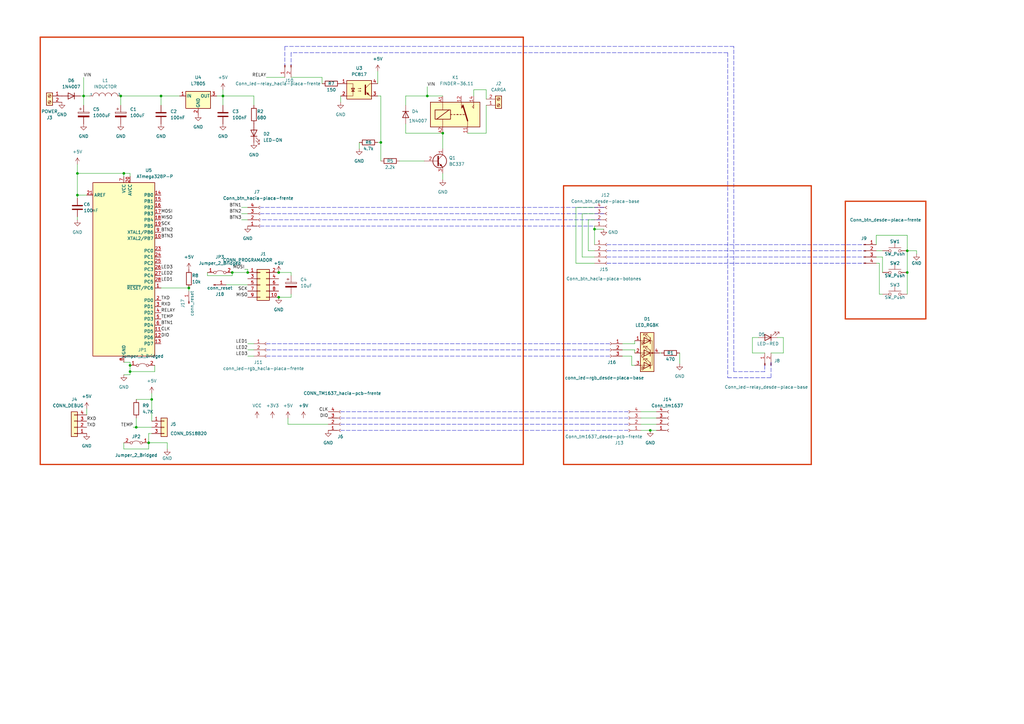
<source format=kicad_sch>
(kicad_sch (version 20211123) (generator eeschema)
  (paper "A3")
  (lib_symbols
    (symbol "Connector:Conn_01x01_Male" (pin_names (offset 1.016) hide)
      (property "Reference" "J" (at 0 2.54 0))
      (property "Value" "Conn_01x01_Male" (at 0 -2.54 0))
      (symbol "Conn_01x01_Male_1_1"
        (pin passive line (at 5.08 0 180) (length 3.81) (name "Pin_1") (number "1"))
      )
    )
    (symbol "Connector:Conn_01x02_Male" (pin_names (offset 1.016) hide)
      (property "Reference" "J" (at 0 2.54 0))
      (property "Value" "Conn_01x02_Male" (at 0 -5.08 0))
      (symbol "Conn_01x02_Male_1_1"
        (pin passive line (at 5.08 0 180) (length 3.81) (name "Pin_1") (number "1"))
        (pin passive line (at 5.08 -2.54 180) (length 3.81) (name "Pin_2") (number "2"))
      )
    )
    (symbol "Connector:Conn_01x03_Female" (pin_names (offset 1.016) hide)
      (property "Reference" "J" (at 0 5.08 0))
      (property "Value" "Conn_01x03_Female" (at 0 -5.08 0))
      (symbol "Conn_01x03_Female_1_1"
        (pin passive line (at -5.08 2.54 0) (length 3.81) (name "Pin_1") (number "1"))
        (pin passive line (at -5.08 0 0) (length 3.81) (name "Pin_2") (number "2"))
        (pin passive line (at -5.08 -2.54 0) (length 3.81) (name "Pin_3") (number "3"))
      )
    )
    (symbol "Connector:Conn_01x04_Female" (pin_names (offset 1.016) hide)
      (property "Reference" "J" (at 0 5.08 0))
      (property "Value" "Conn_01x04_Female" (at 0 -7.62 0))
      (symbol "Conn_01x04_Female_1_1"
        (pin passive line (at -5.08 2.54 0) (length 3.81) (name "Pin_1") (number "1"))
        (pin passive line (at -5.08 0 0) (length 3.81) (name "Pin_2") (number "2"))
        (pin passive line (at -5.08 -2.54 0) (length 3.81) (name "Pin_3") (number "3"))
        (pin passive line (at -5.08 -5.08 0) (length 3.81) (name "Pin_4") (number "4"))
      )
    )
    (symbol "Connector:Conn_01x04_Male" (pin_names (offset 1.016) hide)
      (property "Reference" "J" (at 0 5.08 0))
      (property "Value" "Conn_01x04_Male" (at 0 -7.62 0))
      (symbol "Conn_01x04_Male_1_1"
        (pin passive line (at 5.08 2.54 180) (length 3.81) (name "Pin_1") (number "1"))
        (pin passive line (at 5.08 0 180) (length 3.81) (name "Pin_2") (number "2"))
        (pin passive line (at 5.08 -2.54 180) (length 3.81) (name "Pin_3") (number "3"))
        (pin passive line (at 5.08 -5.08 180) (length 3.81) (name "Pin_4") (number "4"))
      )
    )
    (symbol "Connector:Screw_Terminal_01x02" (pin_names (offset 1.016) hide)
      (property "Reference" "J" (at 0 2.54 0))
      (property "Value" "Screw_Terminal_01x02" (at 0 -5.08 0))
      (symbol "Screw_Terminal_01x02_1_1"
        (pin passive line (at -5.08 0 0) (length 3.81) (name "Pin_1") (number "1"))
        (pin passive line (at -5.08 -2.54 0) (length 3.81) (name "Pin_2") (number "2"))
      )
    )
    (symbol "Connector_Generic:Conn_01x03" (pin_names (offset 1.016) hide)
      (property "Reference" "J" (at 0 5.08 0))
      (property "Value" "Conn_01x03" (at 0 -5.08 0))
      (symbol "Conn_01x03_1_1"
        (pin passive line (at -5.08 2.54 0) (length 3.81) (name "Pin_1") (number "1"))
        (pin passive line (at -5.08 0 0) (length 3.81) (name "Pin_2") (number "2"))
        (pin passive line (at -5.08 -2.54 0) (length 3.81) (name "Pin_3") (number "3"))
      )
    )
    (symbol "Connector_Generic:Conn_01x04" (pin_names (offset 1.016) hide)
      (property "Reference" "J" (at 0 5.08 0))
      (property "Value" "Conn_01x04" (at 0 -7.62 0))
      (symbol "Conn_01x04_1_1"
        (pin passive line (at -5.08 2.54 0) (length 3.81) (name "Pin_1") (number "1"))
        (pin passive line (at -5.08 0 0) (length 3.81) (name "Pin_2") (number "2"))
        (pin passive line (at -5.08 -2.54 0) (length 3.81) (name "Pin_3") (number "3"))
        (pin passive line (at -5.08 -5.08 0) (length 3.81) (name "Pin_4") (number "4"))
      )
    )
    (symbol "Connector_Generic:Conn_02x05_Odd_Even" (pin_names (offset 1.016) hide)
      (property "Reference" "J" (at 1.27 7.62 0))
      (property "Value" "Conn_02x05_Odd_Even" (at 1.27 -7.62 0))
      (symbol "Conn_02x05_Odd_Even_1_1"
        (pin passive line (at -5.08 5.08 0) (length 3.81) (name "Pin_1") (number "1"))
        (pin passive line (at 7.62 -5.08 180) (length 3.81) (name "Pin_10") (number "10"))
        (pin passive line (at 7.62 5.08 180) (length 3.81) (name "Pin_2") (number "2"))
        (pin passive line (at -5.08 2.54 0) (length 3.81) (name "Pin_3") (number "3"))
        (pin passive line (at 7.62 2.54 180) (length 3.81) (name "Pin_4") (number "4"))
        (pin passive line (at -5.08 0 0) (length 3.81) (name "Pin_5") (number "5"))
        (pin passive line (at 7.62 0 180) (length 3.81) (name "Pin_6") (number "6"))
        (pin passive line (at -5.08 -2.54 0) (length 3.81) (name "Pin_7") (number "7"))
        (pin passive line (at 7.62 -2.54 180) (length 3.81) (name "Pin_8") (number "8"))
        (pin passive line (at -5.08 -5.08 0) (length 3.81) (name "Pin_9") (number "9"))
      )
    )
    (symbol "Device:C" (pin_numbers hide) (pin_names (offset 0.254))
      (property "Reference" "C" (at 0.635 2.54 0))
      (property "Value" "C" (at 0.635 -2.54 0))
      (symbol "C_1_1"
        (pin passive line (at 0 3.81 270) (length 2.794) (name "~") (number "1"))
        (pin passive line (at 0 -3.81 90) (length 2.794) (name "~") (number "2"))
      )
    )
    (symbol "Device:C_Polarized" (pin_numbers hide) (pin_names (offset 0.254))
      (property "Reference" "C" (at 0.635 2.54 0))
      (property "Value" "C_Polarized" (at 0.635 -2.54 0))
      (symbol "C_Polarized_1_1"
        (pin passive line (at 0 3.81 270) (length 2.794) (name "~") (number "1"))
        (pin passive line (at 0 -3.81 90) (length 2.794) (name "~") (number "2"))
      )
    )
    (symbol "Device:LED" (pin_numbers hide) (pin_names (offset 1.016) hide)
      (property "Reference" "D" (at 0 2.54 0))
      (property "Value" "LED" (at 0 -2.54 0))
      (symbol "LED_1_1"
        (pin passive line (at -3.81 0 0) (length 2.54) (name "K") (number "1"))
        (pin passive line (at 3.81 0 180) (length 2.54) (name "A") (number "2"))
      )
    )
    (symbol "Device:LED_RGBK" (pin_names (offset 0) hide)
      (property "Reference" "D" (at 0 9.398 0))
      (property "Value" "LED_RGBK" (at 0 -8.89 0))
      (symbol "LED_RGBK_0_0"
        (text "B" (at 1.905 -6.35 0) (effects (font (size 1.27 1.27))))
        (text "G" (at 1.905 -1.27 0) (effects (font (size 1.27 1.27))))
        (text "R" (at 1.905 3.81 0) (effects (font (size 1.27 1.27))))
      )
      (symbol "LED_RGBK_1_1"
        (pin passive line (at 5.08 5.08 180) (length 2.54) (name "RA") (number "1"))
        (pin passive line (at 5.08 0 180) (length 2.54) (name "GA") (number "2"))
        (pin passive line (at 5.08 -5.08 180) (length 2.54) (name "BA") (number "3"))
        (pin passive line (at -5.08 0 0) (length 2.54) (name "K") (number "4"))
      )
    )
    (symbol "Device:R" (pin_numbers hide) (pin_names (offset 0))
      (property "Reference" "R" (at 2.032 0 90))
      (property "Value" "R" (at 0 0 90))
      (symbol "R_1_1"
        (pin passive line (at 0 3.81 270) (length 1.27) (name "~") (number "1"))
        (pin passive line (at 0 -3.81 90) (length 1.27) (name "~") (number "2"))
      )
    )
    (symbol "Diode:1N4007" (pin_numbers hide) (pin_names (offset 1.016) hide)
      (property "Reference" "D" (at 0 2.54 0))
      (property "Value" "1N4007" (at 0 -2.54 0))
      (symbol "1N4007_1_1"
        (pin passive line (at -3.81 0 0) (length 2.54) (name "K") (number "1"))
        (pin passive line (at 3.81 0 180) (length 2.54) (name "A") (number "2"))
      )
    )
    (symbol "Isolator:PC817" (pin_names (offset 1.016))
      (property "Reference" "U" (at -5.08 5.08 0))
      (property "Value" "PC817" (at 0 5.08 0))
      (symbol "PC817_1_1"
        (pin passive line (at -7.62 2.54 0) (length 2.54) (name "~") (number "1"))
        (pin passive line (at -7.62 -2.54 0) (length 2.54) (name "~") (number "2"))
        (pin passive line (at 7.62 -2.54 180) (length 2.54) (name "~") (number "3"))
        (pin passive line (at 7.62 2.54 180) (length 2.54) (name "~") (number "4"))
      )
    )
    (symbol "Jumper:Jumper_2_Bridged" (pin_names (offset 0) hide)
      (property "Reference" "JP" (at 0 1.905 0))
      (property "Value" "Jumper_2_Bridged" (at 0 -2.54 0))
      (symbol "Jumper_2_Bridged_1_1"
        (pin passive line (at -5.08 0 0) (length 2.54) (name "A") (number "1"))
        (pin passive line (at 5.08 0 180) (length 2.54) (name "B") (number "2"))
      )
    )
    (symbol "MCU_Microchip_ATmega:ATmega328P-P"
      (property "Reference" "U" (at -12.7 36.83 0))
      (property "Value" "ATmega328P-P" (at 2.54 -36.83 0))
      (symbol "ATmega328P-P_1_1"
        (pin bidirectional line (at 15.24 -7.62 180) (length 2.54) (name "~{RESET}/PC6") (number "1"))
        (pin bidirectional line (at 15.24 12.7 180) (length 2.54) (name "XTAL2/PB7") (number "10"))
        (pin bidirectional line (at 15.24 -25.4 180) (length 2.54) (name "PD5") (number "11"))
        (pin bidirectional line (at 15.24 -27.94 180) (length 2.54) (name "PD6") (number "12"))
        (pin bidirectional line (at 15.24 -30.48 180) (length 2.54) (name "PD7") (number "13"))
        (pin bidirectional line (at 15.24 30.48 180) (length 2.54) (name "PB0") (number "14"))
        (pin bidirectional line (at 15.24 27.94 180) (length 2.54) (name "PB1") (number "15"))
        (pin bidirectional line (at 15.24 25.4 180) (length 2.54) (name "PB2") (number "16"))
        (pin bidirectional line (at 15.24 22.86 180) (length 2.54) (name "PB3") (number "17"))
        (pin bidirectional line (at 15.24 20.32 180) (length 2.54) (name "PB4") (number "18"))
        (pin bidirectional line (at 15.24 17.78 180) (length 2.54) (name "PB5") (number "19"))
        (pin bidirectional line (at 15.24 -12.7 180) (length 2.54) (name "PD0") (number "2"))
        (pin power_in line (at 2.54 38.1 270) (length 2.54) (name "AVCC") (number "20"))
        (pin passive line (at -15.24 30.48 0) (length 2.54) (name "AREF") (number "21"))
        (pin passive line (at 0 -38.1 90) (length 2.54) hide (name "GND") (number "22"))
        (pin bidirectional line (at 15.24 7.62 180) (length 2.54) (name "PC0") (number "23"))
        (pin bidirectional line (at 15.24 5.08 180) (length 2.54) (name "PC1") (number "24"))
        (pin bidirectional line (at 15.24 2.54 180) (length 2.54) (name "PC2") (number "25"))
        (pin bidirectional line (at 15.24 0 180) (length 2.54) (name "PC3") (number "26"))
        (pin bidirectional line (at 15.24 -2.54 180) (length 2.54) (name "PC4") (number "27"))
        (pin bidirectional line (at 15.24 -5.08 180) (length 2.54) (name "PC5") (number "28"))
        (pin bidirectional line (at 15.24 -15.24 180) (length 2.54) (name "PD1") (number "3"))
        (pin bidirectional line (at 15.24 -17.78 180) (length 2.54) (name "PD2") (number "4"))
        (pin bidirectional line (at 15.24 -20.32 180) (length 2.54) (name "PD3") (number "5"))
        (pin bidirectional line (at 15.24 -22.86 180) (length 2.54) (name "PD4") (number "6"))
        (pin power_in line (at 0 38.1 270) (length 2.54) (name "VCC") (number "7"))
        (pin power_in line (at 0 -38.1 90) (length 2.54) (name "GND") (number "8"))
        (pin bidirectional line (at 15.24 15.24 180) (length 2.54) (name "XTAL1/PB6") (number "9"))
      )
    )
    (symbol "Regulator_Linear:L7805" (pin_names (offset 0.254))
      (property "Reference" "U" (at -3.81 3.175 0))
      (property "Value" "L7805" (at 0 3.175 0))
      (symbol "L7805_1_1"
        (pin power_in line (at -7.62 0 0) (length 2.54) (name "IN") (number "1"))
        (pin power_in line (at 0 -7.62 90) (length 2.54) (name "GND") (number "2"))
        (pin power_out line (at 7.62 0 180) (length 2.54) (name "OUT") (number "3"))
      )
    )
    (symbol "Relay:FINDER-36.11"
      (property "Reference" "K" (at 11.43 3.81 0))
      (property "Value" "FINDER-36.11" (at 11.43 1.27 0))
      (symbol "FINDER-36.11_1_1"
        (pin passive line (at 5.08 -7.62 90) (length 2.54) (name "~") (number "11"))
        (pin passive line (at 2.54 7.62 270) (length 2.54) (name "~") (number "12"))
        (pin passive line (at 7.62 7.62 270) (length 2.54) (name "~") (number "14"))
        (pin passive line (at -5.08 7.62 270) (length 2.54) (name "~") (number "A1"))
        (pin passive line (at -5.08 -7.62 90) (length 2.54) (name "~") (number "A2"))
      )
    )
    (symbol "Switch:SW_Push" (pin_numbers hide) (pin_names (offset 1.016) hide)
      (property "Reference" "SW" (at 1.27 2.54 0))
      (property "Value" "SW_Push" (at 0 -1.524 0))
      (symbol "SW_Push_0_1"
        (pin passive line (at -5.08 0 0) (length 2.54) (name "1") (number "1"))
        (pin passive line (at 5.08 0 180) (length 2.54) (name "2") (number "2"))
      )
    )
    (symbol "Transistor_BJT:BC337" (pin_names (offset 0) hide)
      (property "Reference" "Q" (at 5.08 1.905 0))
      (property "Value" "BC337" (at 5.08 0 0))
      (symbol "BC337_1_1"
        (pin passive line (at 2.54 5.08 270) (length 2.54) (name "C") (number "1"))
        (pin input line (at -5.08 0 0) (length 5.08) (name "B") (number "2"))
        (pin passive line (at 2.54 -5.08 90) (length 2.54) (name "E") (number "3"))
      )
    )
    (symbol "power:+3.3V" (power) (pin_names (offset 0))
      (property "Value" "+3.3V" (at 0 3.556 0))
      (symbol "+3.3V_1_1"
        (pin power_in line (at 0 0 90) (length 0) hide (name "+3V3") (number "1"))
      )
    )
    (symbol "power:+5V" (power) (pin_names (offset 0))
      (property "Value" "+5V" (at 0 3.556 0))
      (symbol "+5V_1_1"
        (pin power_in line (at 0 0 90) (length 0) hide (name "+5V") (number "1"))
      )
    )
    (symbol "power:+9V" (power) (pin_names (offset 0))
      (property "Value" "+9V" (at 0 3.556 0))
      (symbol "+9V_1_1"
        (pin power_in line (at 0 0 90) (length 0) hide (name "+9V") (number "1"))
      )
    )
    (symbol "power:GND" (power) (pin_names (offset 0))
      (property "Value" "GND" (at 0 -3.81 0))
      (symbol "GND_1_1"
        (pin power_in line (at 0 0 270) (length 0) hide (name "GND") (number "1"))
      )
    )
    (symbol "power:VCC" (power) (pin_names (offset 0))
      (property "Value" "VCC" (at 0 3.81 0))
      (symbol "VCC_1_1"
        (pin power_in line (at 0 0 90) (length 0) hide (name "VCC") (number "1"))
      )
    )
    (symbol "pspice:INDUCTOR" (pin_numbers hide) (pin_names (offset 0))
      (property "Reference" "L" (at 0 2.54 0))
      (property "Value" "INDUCTOR" (at 0 -1.27 0))
      (symbol "INDUCTOR_1_1"
        (pin input line (at -6.35 0 0) (length 1.27) (name "1") (number "1"))
        (pin input line (at 6.35 0 180) (length 1.27) (name "2") (number "2"))
      )
    )
  )
  (junction (at 181.61 54.61))
  (junction (at 31.75 80.01))
  (junction (at 156.21 58.42))
  (junction (at 175.26 39.37))
  (junction (at 266.7 176.53))
  (junction (at 101.6 111.76))
  (junction (at 53.34 152.4))
  (junction (at 62.23 163.83))
  (junction (at 53.34 149.86))
  (junction (at 77.47 118.11))
  (junction (at 50.8 71.12))
  (junction (at 66.04 39.37))
  (junction (at 372.11 102.87))
  (junction (at 55.88 175.26))
  (junction (at 95.25 111.76))
  (junction (at 60.96 181.61))
  (junction (at 243.84 93.98))
  (junction (at 91.44 39.37))
  (junction (at 31.75 71.12))
  (junction (at 34.29 39.37))
  (junction (at 114.3 121.92))
  (junction (at 49.53 39.37))
  (junction (at 372.11 111.76))
  (junction (at 114.3 111.76))
  (no_connect (at -1.27 55.88))
  (wire (pts (xy 372.11 102.87) (xy 372.11 111.76)))
  (polyline (pts (xy 139.7 168.91) (xy 240.03 168.91)))
  (polyline (pts (xy 313.69 152.4) (xy 300.99 152.4)))
  (polyline (pts (xy 144.78 21.59) (xy 119.38 21.59)))
  (wire (pts (xy 259.08 149.86) (xy 260.35 149.86)))
  (wire (pts (xy 53.34 152.4) (xy 63.5 152.4)))
  (wire (pts (xy 95.25 111.76) (xy 101.6 111.76)))
  (wire (pts (xy 66.04 39.37) (xy 66.04 43.18)))
  (polyline (pts (xy 16.51 190.5) (xy 214.63 190.5)) (stroke (width 0.5) (type solid) (color 215 51 5 1)))
  (wire (pts (xy 372.11 102.87) (xy 375.92 102.87)))
  (wire (pts (xy 313.69 144.78) (xy 308.61 144.78)))
  (wire (pts (xy 60.96 184.15) (xy 60.96 181.61)))
  (polyline (pts (xy 300.99 152.4) (xy 300.99 19.05)))
  (wire (pts (xy 139.7 39.37) (xy 139.7 41.91)))
  (polyline (pts (xy 232.41 140.97) (xy 250.19 140.97)))
  (wire (pts (xy 95.25 113.03) (xy 95.25 111.76)))
  (polyline (pts (xy 232.41 146.05) (xy 250.19 146.05)))
  (wire (pts (xy 236.22 107.95) (xy 243.84 107.95)))
  (polyline (pts (xy 240.03 176.53) (xy 257.81 176.53)))
  (wire (pts (xy 147.32 58.42) (xy 147.32 60.96)))
  (wire (pts (xy 50.8 181.61) (xy 50.8 184.15)))
  (wire (pts (xy 77.47 118.11) (xy 77.47 119.38)))
  (wire (pts (xy 308.61 138.43) (xy 311.15 138.43)))
  (wire (pts (xy 49.53 39.37) (xy 49.53 43.18)))
  (wire (pts (xy 372.11 96.52) (xy 372.11 102.87)))
  (wire (pts (xy 31.75 80.01) (xy 31.75 81.28)))
  (polyline (pts (xy 313.69 149.86) (xy 313.69 152.4)))
  (wire (pts (xy 199.39 36.83) (xy 194.31 36.83)))
  (wire (pts (xy 50.8 153.67) (xy 53.34 153.67)))
  (wire (pts (xy 236.22 85.09) (xy 236.22 107.95)))
  (polyline (pts (xy 232.41 143.51) (xy 250.19 143.51)))
  (wire (pts (xy 54.61 175.26) (xy 55.88 175.26)))
  (wire (pts (xy 101.6 146.05) (xy 104.14 146.05)))
  (polyline (pts (xy 248.92 107.95) (xy 354.33 107.95)))
  (wire (pts (xy 243.84 92.71) (xy 243.84 93.98)))
  (wire (pts (xy 154.94 29.21) (xy 154.94 34.29)))
  (wire (pts (xy 104.14 43.18) (xy 104.14 39.37)))
  (wire (pts (xy 166.37 43.18) (xy 166.37 39.37)))
  (polyline (pts (xy 214.63 15.24) (xy 214.63 190.5)) (stroke (width 0.5) (type solid) (color 215 51 5 1)))
  (wire (pts (xy 62.23 177.8) (xy 60.96 177.8)))
  (wire (pts (xy 88.9 39.37) (xy 91.44 39.37)))
  (wire (pts (xy 259.08 146.05) (xy 259.08 149.86)))
  (polyline (pts (xy 16.51 190.5) (xy 16.51 15.24)) (stroke (width 0.5) (type solid) (color 215 51 5 1)))
  (polyline (pts (xy 247.65 85.09) (xy 106.68 85.09)))
  (wire (pts (xy 156.21 66.04) (xy 156.21 58.42)))
  (wire (pts (xy 238.76 105.41) (xy 243.84 105.41)))
  (polyline (pts (xy 139.7 173.99) (xy 240.03 173.99)))
  (wire (pts (xy 104.14 39.37) (xy 91.44 39.37)))
  (wire (pts (xy 270.51 144.78) (xy 271.145 144.78)))
  (wire (pts (xy 199.39 43.18) (xy 199.39 54.61)))
  (wire (pts (xy 236.22 85.09) (xy 243.84 85.09)))
  (wire (pts (xy 60.96 181.61) (xy 68.58 181.61)))
  (polyline (pts (xy 379.73 130.81) (xy 379.73 82.55)) (stroke (width 0.5) (type solid) (color 215 51 5 1)))
  (polyline (pts (xy 246.38 90.17) (xy 106.68 90.17)))
  (wire (pts (xy 63.5 152.4) (xy 63.5 149.86)))
  (wire (pts (xy 50.8 148.59) (xy 53.34 148.59)))
  (wire (pts (xy 34.29 39.37) (xy 36.83 39.37)))
  (wire (pts (xy 262.89 176.53) (xy 266.7 176.53)))
  (wire (pts (xy 359.41 105.41) (xy 361.95 105.41)))
  (polyline (pts (xy 109.22 140.97) (xy 232.41 140.97)))
  (wire (pts (xy 55.88 175.26) (xy 62.23 175.26)))
  (wire (pts (xy 321.31 144.78) (xy 321.31 138.43)))
  (wire (pts (xy 262.89 171.45) (xy 269.24 171.45)))
  (polyline (pts (xy 106.68 87.63) (xy 247.65 87.63)))
  (polyline (pts (xy 316.23 148.59) (xy 316.23 154.94)))
  (wire (pts (xy 114.3 111.76) (xy 119.38 111.76)))
  (wire (pts (xy 181.61 54.61) (xy 181.61 60.96)))
  (wire (pts (xy 91.44 39.37) (xy 91.44 43.18)))
  (wire (pts (xy 55.88 171.45) (xy 55.88 175.26)))
  (wire (pts (xy 62.23 163.83) (xy 62.23 172.72)))
  (polyline (pts (xy 231.14 76.2) (xy 231.14 190.5)) (stroke (width 0.5) (type solid) (color 215 51 5 1)))
  (polyline (pts (xy 240.03 171.45) (xy 257.81 171.45)))
  (wire (pts (xy 359.41 107.95) (xy 360.68 107.95)))
  (wire (pts (xy 31.75 80.01) (xy 35.56 80.01)))
  (wire (pts (xy 166.37 54.61) (xy 166.37 50.8)))
  (wire (pts (xy 175.26 35.56) (xy 175.26 39.37)))
  (wire (pts (xy 156.21 58.42) (xy 156.21 39.37)))
  (wire (pts (xy 50.8 184.15) (xy 60.96 184.15)))
  (polyline (pts (xy 248.92 105.41) (xy 354.33 105.41)))
  (wire (pts (xy 101.6 110.49) (xy 101.6 111.76)))
  (wire (pts (xy 109.22 31.75) (xy 116.84 31.75)))
  (wire (pts (xy 50.8 71.12) (xy 50.8 72.39)))
  (polyline (pts (xy 332.74 76.2) (xy 231.14 76.2)) (stroke (width 0.5) (type solid) (color 215 51 5 1)))
  (wire (pts (xy 308.61 144.78) (xy 308.61 138.43)))
  (wire (pts (xy 100.33 110.49) (xy 101.6 110.49)))
  (wire (pts (xy 34.29 39.37) (xy 34.29 43.18)))
  (wire (pts (xy 85.09 111.76) (xy 85.09 113.03)))
  (wire (pts (xy 243.84 93.98) (xy 243.84 100.33)))
  (polyline (pts (xy 139.7 176.53) (xy 240.03 176.53)))
  (wire (pts (xy 60.96 177.8) (xy 60.96 181.61)))
  (wire (pts (xy 66.04 39.37) (xy 73.66 39.37)))
  (wire (pts (xy 262.89 173.99) (xy 269.24 173.99)))
  (polyline (pts (xy 106.68 92.71) (xy 243.84 92.71)))
  (wire (pts (xy 360.68 107.95) (xy 360.68 120.65)))
  (polyline (pts (xy 300.99 19.05) (xy 116.84 19.05)))
  (wire (pts (xy 359.41 100.33) (xy 359.41 96.52)))
  (polyline (pts (xy 240.03 168.91) (xy 257.81 168.91)))
  (wire (pts (xy 53.34 71.12) (xy 53.34 72.39)))
  (wire (pts (xy 119.38 31.75) (xy 132.08 31.75)))
  (wire (pts (xy 50.8 71.12) (xy 53.34 71.12)))
  (wire (pts (xy 181.61 71.12) (xy 181.61 73.66)))
  (polyline (pts (xy 379.73 82.55) (xy 346.71 82.55)) (stroke (width 0.5) (type solid) (color 215 51 5 1)))
  (wire (pts (xy 99.06 87.63) (xy 101.6 87.63)))
  (wire (pts (xy 260.35 143.51) (xy 260.35 144.78)))
  (wire (pts (xy 119.38 120.65) (xy 119.38 121.92)))
  (polyline (pts (xy 248.92 100.33) (xy 354.33 100.33)))
  (wire (pts (xy 260.35 140.97) (xy 260.35 139.7)))
  (wire (pts (xy 361.95 105.41) (xy 361.95 111.76)))
  (wire (pts (xy 66.04 118.11) (xy 77.47 118.11)))
  (polyline (pts (xy 109.22 143.51) (xy 232.41 143.51)))
  (wire (pts (xy 35.56 167.64) (xy 35.56 170.18)))
  (wire (pts (xy 266.7 176.53) (xy 269.24 176.53)))
  (wire (pts (xy 118.11 173.99) (xy 134.62 173.99)))
  (wire (pts (xy 262.89 168.91) (xy 269.24 168.91)))
  (wire (pts (xy 154.94 58.42) (xy 156.21 58.42)))
  (wire (pts (xy 359.41 102.87) (xy 361.95 102.87)))
  (wire (pts (xy 360.68 120.65) (xy 361.95 120.65)))
  (wire (pts (xy 119.38 121.92) (xy 114.3 121.92)))
  (wire (pts (xy 101.6 140.97) (xy 104.14 140.97)))
  (wire (pts (xy 33.02 39.37) (xy 34.29 39.37)))
  (polyline (pts (xy 332.74 190.5) (xy 332.74 76.2)) (stroke (width 0.5) (type solid) (color 215 51 5 1)))
  (wire (pts (xy 50.8 71.12) (xy 31.75 71.12)))
  (wire (pts (xy 247.65 93.98) (xy 243.84 93.98)))
  (wire (pts (xy 31.75 71.12) (xy 31.75 80.01)))
  (wire (pts (xy 53.34 148.59) (xy 53.34 149.86)))
  (polyline (pts (xy 109.22 146.05) (xy 232.41 146.05)))
  (polyline (pts (xy 116.84 19.05) (xy 116.84 26.67)))
  (wire (pts (xy 238.76 105.41) (xy 238.76 87.63)))
  (wire (pts (xy 99.06 90.17) (xy 101.6 90.17)))
  (wire (pts (xy 156.21 39.37) (xy 154.94 39.37)))
  (wire (pts (xy 91.44 39.37) (xy 91.44 36.83)))
  (wire (pts (xy 241.3 102.87) (xy 241.3 90.17)))
  (wire (pts (xy 53.34 152.4) (xy 53.34 149.86)))
  (wire (pts (xy 166.37 54.61) (xy 181.61 54.61)))
  (wire (pts (xy 238.76 87.63) (xy 243.84 87.63)))
  (wire (pts (xy 255.27 146.05) (xy 259.08 146.05)))
  (wire (pts (xy 255.27 140.97) (xy 260.35 140.97)))
  (wire (pts (xy 31.75 67.31) (xy 31.75 71.12)))
  (wire (pts (xy 92.71 116.84) (xy 101.6 116.84)))
  (wire (pts (xy 278.765 144.78) (xy 278.765 149.225)))
  (wire (pts (xy 241.3 102.87) (xy 243.84 102.87)))
  (wire (pts (xy 53.34 153.67) (xy 53.34 152.4)))
  (wire (pts (xy 173.99 66.04) (xy 163.83 66.04)))
  (wire (pts (xy 68.58 181.61) (xy 68.58 184.15)))
  (wire (pts (xy 118.11 171.45) (xy 118.11 173.99)))
  (wire (pts (xy 199.39 40.64) (xy 199.39 36.83)))
  (polyline (pts (xy 298.45 21.59) (xy 298.45 154.94)))
  (wire (pts (xy 194.31 36.83) (xy 194.31 39.37)))
  (wire (pts (xy 55.88 163.83) (xy 62.23 163.83)))
  (wire (pts (xy 132.08 31.75) (xy 132.08 34.29)))
  (wire (pts (xy 316.23 144.78) (xy 321.31 144.78)))
  (polyline (pts (xy 346.71 82.55) (xy 346.71 130.81)) (stroke (width 0.5) (type solid) (color 215 51 5 1)))
  (wire (pts (xy 175.26 39.37) (xy 181.61 39.37)))
  (wire (pts (xy 199.39 54.61) (xy 191.77 54.61)))
  (wire (pts (xy 85.09 113.03) (xy 95.25 113.03)))
  (wire (pts (xy 34.29 31.75) (xy 34.29 39.37)))
  (wire (pts (xy 372.11 111.76) (xy 372.11 120.65)))
  (polyline (pts (xy 119.38 21.59) (xy 119.38 26.67)))
  (polyline (pts (xy 16.51 15.24) (xy 214.63 15.24)) (stroke (width 0.5) (type solid) (color 215 51 5 1)))
  (wire (pts (xy 99.06 85.09) (xy 101.6 85.09)))
  (polyline (pts (xy 240.03 173.99) (xy 257.81 173.99)))
  (wire (pts (xy 62.23 161.29) (xy 62.23 163.83)))
  (polyline (pts (xy 298.45 154.94) (xy 316.23 154.94)))
  (polyline (pts (xy 231.14 190.5) (xy 332.74 190.5)) (stroke (width 0.5) (type solid) (color 215 51 5 1)))
  (wire (pts (xy 119.38 111.76) (xy 119.38 113.03)))
  (wire (pts (xy 166.37 39.37) (xy 175.26 39.37)))
  (wire (pts (xy 375.92 102.87) (xy 375.92 104.14)))
  (wire (pts (xy 359.41 96.52) (xy 372.11 96.52)))
  (wire (pts (xy 255.27 143.51) (xy 260.35 143.51)))
  (wire (pts (xy 321.31 138.43) (xy 318.77 138.43)))
  (polyline (pts (xy 139.7 171.45) (xy 240.03 171.45)))
  (wire (pts (xy 49.53 39.37) (xy 66.04 39.37)))
  (polyline (pts (xy 346.71 130.81) (xy 379.73 130.81)) (stroke (width 0.5) (type solid) (color 215 51 5 1)))
  (wire (pts (xy 31.75 88.9) (xy 31.75 90.17)))
  (wire (pts (xy 241.3 90.17) (xy 243.84 90.17)))
  (polyline (pts (xy 298.45 21.59) (xy 144.78 21.59)))
  (polyline (pts (xy 248.92 102.87) (xy 354.33 102.87)))
  (wire (pts (xy 101.6 143.51) (xy 104.14 143.51)))
  (label "CLK" (at 66.04 135.89 0))
  (label "LED3" (at 101.6 146.05 180))
  (label "BTN3" (at 66.04 97.79 0))
  (label "LED1" (at 101.6 140.97 180))
  (label "CLK" (at 134.62 168.91 180))
  (label "LED1" (at 66.04 115.57 0))
  (label "VIN" (at 34.29 31.75 0))
  (label "RXD" (at 35.56 172.72 0))
  (label "MOSI" (at 66.04 87.63 0))
  (label "SCK" (at 101.6 119.38 180))
  (label "RELAY" (at 109.22 31.75 180))
  (label "SCK" (at 66.04 92.71 0))
  (label "VIN" (at 175.26 35.56 0))
  (label "RXD" (at 66.04 125.73 0))
  (label "DIO" (at 66.04 138.43 0))
  (label "LED3" (at 66.04 110.49 0))
  (label "BTN1" (at 99.06 85.09 180))
  (label "MISO" (at 66.04 90.17 0))
  (label "TXD" (at 35.56 175.26 0))
  (label "BTN2" (at 99.06 87.63 180))
  (label "LED2" (at 101.6 143.51 180))
  (label "DIO" (at 134.62 171.45 180))
  (label "LED2" (at 66.04 113.03 0))
  (label "TEMP" (at 54.61 175.26 180))
  (label "RELAY" (at 66.04 128.27 0))
  (label "TEMP" (at 66.04 130.81 0))
  (label "TXD" (at 66.04 123.19 0))
  (label "MISO" (at 101.6 121.92 180))
  (label "BTN2" (at 66.04 95.25 0))
  (label "BTN3" (at 99.06 90.17 180))
  (label "BTN1" (at 66.04 133.35 0))
  (label "MOSI" (at 100.33 110.49 180))
  (symbol (lib_id "Relay:FINDER-36.11") (at 186.69 46.99 0) (unit 1)
    (property "Reference" "K1" (at 185.42 31.75 0) (effects (justify left)))
    (property "Value" "FINDER-36.11" (at 180.34 34.29 0) (effects (justify left)))
    (property "Footprint" "Relay_THT:Relay_SPDT_Finder_36.11" (effects hide))
    (property "Datasheet" "https://gfinder.findernet.com/public/attachments/36/EN/S36EN.pdf" (effects hide))
  )
  (symbol (lib_id "power:GND") (at 25.4 41.91 0) (unit 1)
    (property "Reference" "#PWR0101" (effects hide))
    (property "Value" "GND" (at 25.4 46.99 0))
  )
  (symbol (lib_id "Device:R") (at 104.14 46.99 0) (unit 1)
    (property "Reference" "R2" (at 105.41 45.72 0) (effects (justify left)))
    (property "Value" "680" (at 105.41 48.26 0) (effects (justify left)))
    (property "Footprint" "kicad_user_libraries:krapp-res-generic" (effects hide))
  )
  (symbol (lib_id "Connector:Conn_01x02_Male") (at 313.69 149.86 90) (unit 1)
    (property "Reference" "J8" (at 317.5 147.9549 90) (effects (justify right)))
    (property "Value" "Conn_led-relay_desde-placa-base" (at 297.18 158.75 90) (effects (justify right)))
    (property "Footprint" "Connector_PinHeader_2.54mm:PinHeader_1x02_P2.54mm_Vertical" (effects hide))
  )
  (symbol (lib_id "power:GND") (at 139.7 41.91 0) (mirror y) (unit 1)
    (property "Reference" "#PWR0122" (effects hide))
    (property "Value" "GND" (at 139.7 46.99 0))
  )
  (symbol (lib_id "power:GND") (at 34.29 50.8 0) (unit 1)
    (property "Reference" "#PWR0103" (effects hide))
    (property "Value" "GND" (at 34.29 55.88 0))
  )
  (symbol (lib_id "power:GND") (at 91.44 50.8 0) (unit 1)
    (property "Reference" "#PWR0116" (effects hide))
    (property "Value" "GND" (at 91.44 55.88 0))
  )
  (symbol (lib_id "power:GND") (at 49.53 50.8 0) (unit 1)
    (property "Reference" "#PWR0104" (effects hide))
    (property "Value" "GND" (at 49.53 55.88 0))
  )
  (symbol (lib_id "Connector:Conn_01x04_Female") (at 248.92 90.17 0) (mirror x) (unit 1)
    (property "Reference" "J12" (at 248.285 80.01 0))
    (property "Value" "Conn_btn_desde-placa-base" (at 248.285 82.55 0))
    (property "Footprint" "Connector_PinHeader_2.54mm:PinHeader_1x04_P2.54mm_Vertical" (effects hide))
  )
  (symbol (lib_id "Connector:Conn_01x04_Female") (at 257.81 173.99 180) (unit 1)
    (property "Reference" "J13" (at 254 181.61 0))
    (property "Value" "Conn_tm1637_desde-pcb-frente" (at 247.65 179.07 0))
    (property "Footprint" "Connector_PinHeader_2.54mm:PinHeader_1x04_P2.54mm_Vertical" (effects hide))
  )
  (symbol (lib_id "Connector:Conn_01x01_Male") (at 87.63 116.84 0) (unit 1)
    (property "Reference" "J18" (at 90.17 120.65 0))
    (property "Value" "conn_reset" (at 90.17 118.11 0))
    (property "Footprint" "Connector_PinHeader_2.54mm:PinHeader_1x01_P2.54mm_Vertical" (effects hide))
  )
  (symbol (lib_id "Diode:1N4007") (at 29.21 39.37 180) (unit 1)
    (property "Reference" "D6" (at 29.21 33.02 0))
    (property "Value" "1N4007" (at 29.21 35.56 0))
    (property "Footprint" "Diode_THT:D_DO-41_SOD81_P10.16mm_Horizontal" (effects hide))
    (property "Datasheet" "http://www.vishay.com/docs/88503/1n4001.pdf" (effects hide))
  )
  (symbol (lib_id "Jumper:Jumper_2_Bridged") (at 90.17 111.76 0) (unit 1)
    (property "Reference" "JP3" (at 90.17 105.41 0))
    (property "Value" "Jumper_2_Bridged" (at 90.17 107.95 0))
    (property "Footprint" "TestPoint:TestPoint_Bridge_Pitch6.35mm_Drill1.3mm" (effects hide))
  )
  (symbol (lib_id "power:GND") (at 375.92 104.14 0) (unit 1)
    (property "Reference" "#PWR0120" (effects hide))
    (property "Value" "GND" (at 375.92 107.95 0))
  )
  (symbol (lib_id "power:+5V") (at 114.3 111.76 0) (unit 1)
    (property "Reference" "#PWR0106" (effects hide))
    (property "Value" "+5V" (at 114.3 107.95 0))
  )
  (symbol (lib_id "Device:LED") (at 314.96 138.43 180) (unit 1)
    (property "Reference" "D5" (at 312.42 137.16 0))
    (property "Value" "LED-RED" (at 314.96 140.97 0))
    (property "Footprint" "LED_THT:LED_D5.0mm" (effects hide))
  )
  (symbol (lib_id "power:+9V") (at 124.46 171.45 0) (unit 1)
    (property "Reference" "#PWR0129" (effects hide))
    (property "Value" "+9V" (at 124.46 166.37 0))
  )
  (symbol (lib_id "Connector:Conn_01x04_Female") (at 274.32 173.99 0) (mirror x) (unit 1)
    (property "Reference" "J14" (at 273.685 163.83 0))
    (property "Value" "Conn_tm1637" (at 273.685 166.37 0))
    (property "Footprint" "Connector_PinSocket_2.54mm:PinSocket_1x04_P2.54mm_Vertical" (effects hide))
  )
  (symbol (lib_id "Connector:Conn_01x04_Female") (at 106.68 90.17 0) (mirror x) (unit 1)
    (property "Reference" "J7" (at 104.14 78.74 0) (effects (justify left)))
    (property "Value" "Conn_btn_hacia-placa-frente" (at 91.44 81.28 0) (effects (justify left)))
    (property "Footprint" "Connector_PinHeader_2.54mm:PinHeader_1x04_P2.54mm_Vertical" (effects hide))
  )
  (symbol (lib_id "power:GND") (at 181.61 73.66 0) (unit 1)
    (property "Reference" "#PWR0124" (effects hide))
    (property "Value" "GND" (at 181.61 78.74 0))
  )
  (symbol (lib_id "power:GND") (at 81.28 46.99 0) (unit 1)
    (property "Reference" "#PWR0114" (effects hide))
    (property "Value" "GND" (at 81.28 52.07 0))
  )
  (symbol (lib_id "Device:R") (at 77.47 114.3 0) (unit 1)
    (property "Reference" "R8" (at 78.74 113.03 0) (effects (justify left)))
    (property "Value" "10k" (at 78.74 115.57 0) (effects (justify left)))
    (property "Footprint" "kicad_user_libraries:krapp-res-generic" (effects hide))
  )
  (symbol (lib_id "Device:LED_RGBK") (at 265.43 144.78 0) (mirror y) (unit 1)
    (property "Reference" "D1" (at 265.43 130.81 0))
    (property "Value" "LED_RGBK" (at 265.43 133.35 0))
    (property "Footprint" "LED_THT:LED_D5.0mm-4_RGB" (effects hide))
  )
  (symbol (lib_id "power:VCC") (at 105.41 171.45 0) (unit 1)
    (property "Reference" "#PWR0102" (effects hide))
    (property "Value" "VCC" (at 105.41 166.37 0))
  )
  (symbol (lib_id "Device:C") (at 31.75 85.09 180) (unit 1)
    (property "Reference" "C6" (at 34.29 83.82 0) (effects (justify right)))
    (property "Value" "100nF" (at 34.29 86.36 0) (effects (justify right)))
    (property "Footprint" "Capacitor_THT:C_Disc_D5.0mm_W2.5mm_P2.50mm" (effects hide))
  )
  (symbol (lib_id "Connector:Screw_Terminal_01x02") (at 20.32 39.37 0) (mirror y) (unit 1)
    (property "Reference" "J3" (at 20.32 48.26 0))
    (property "Value" "POWER" (at 20.32 45.72 0))
    (property "Footprint" "kicad_user_libraries:tblock_2x1" (effects hide))
  )
  (symbol (lib_id "Connector:Conn_01x03_Female") (at 250.19 143.51 0) (mirror y) (unit 1)
    (property "Reference" "J16" (at 252.73 148.59 0) (effects (justify left)))
    (property "Value" "conn_led-rgb_desde-placa-base" (at 264.16 154.94 0) (effects (justify left)))
    (property "Footprint" "Connector_PinHeader_2.54mm:PinHeader_1x03_P2.54mm_Vertical" (effects hide))
  )
  (symbol (lib_id "power:GND") (at 35.56 177.8 0) (unit 1)
    (property "Reference" "#PWR0110" (effects hide))
    (property "Value" "GND" (at 35.56 182.88 0))
  )
  (symbol (lib_id "Device:C") (at 66.04 46.99 0) (unit 1)
    (property "Reference" "C2" (at 69.85 45.7199 0) (effects (justify left)))
    (property "Value" "100nF" (at 69.85 48.2599 0) (effects (justify left)))
    (property "Footprint" "Capacitor_THT:C_Disc_D5.0mm_W2.5mm_P2.50mm" (effects hide))
  )
  (symbol (lib_id "power:GND") (at 247.65 93.98 0) (unit 1)
    (property "Reference" "#PWR0125" (effects hide))
    (property "Value" "GND" (at 251.46 95.25 0))
  )
  (symbol (lib_id "power:GND") (at 104.14 58.42 0) (unit 1)
    (property "Reference" "#PWR0117" (effects hide))
    (property "Value" "GND" (at 104.14 63.5 0))
  )
  (symbol (lib_id "power:+5V") (at 35.56 167.64 0) (unit 1)
    (property "Reference" "#PWR0109" (effects hide))
    (property "Value" "+5V" (at 35.56 162.56 0))
  )
  (symbol (lib_id "Transistor_BJT:BC337") (at 179.07 66.04 0) (unit 1)
    (property "Reference" "Q1" (at 184.15 64.7699 0) (effects (justify left)))
    (property "Value" "BC337" (at 184.15 67.3099 0) (effects (justify left)))
    (property "Footprint" "kicad_user_libraries:krapp-TO-92_HandSolder" (effects hide))
    (property "Datasheet" "https://diotec.com/tl_files/diotec/files/pdf/datasheets/bc337.pdf" (effects hide))
  )
  (symbol (lib_id "Connector:Conn_01x04_Male") (at 354.33 102.87 0) (unit 1)
    (property "Reference" "J9" (at 354.33 97.79 0))
    (property "Value" "Conn_btn_desde-placa-frente" (at 363.22 90.17 0))
    (property "Footprint" "Connector_PinHeader_2.54mm:PinHeader_1x04_P2.54mm_Vertical" (effects hide))
  )
  (symbol (lib_id "power:GND") (at 278.765 149.225 0) (unit 1)
    (property "Reference" "#PWR01" (effects hide))
    (property "Value" "GND" (at 278.765 154.305 0))
  )
  (symbol (lib_id "power:+5V") (at 118.11 171.45 0) (mirror y) (unit 1)
    (property "Reference" "#PWR0127" (effects hide))
    (property "Value" "+5V" (at 118.11 166.37 0))
  )
  (symbol (lib_id "power:+5V") (at 62.23 161.29 0) (mirror y) (unit 1)
    (property "Reference" "#PWR0118" (effects hide))
    (property "Value" "+5V" (at 62.23 156.21 0))
  )
  (symbol (lib_id "Jumper:Jumper_2_Bridged") (at 58.42 149.86 0) (unit 1)
    (property "Reference" "JP1" (at 58.42 143.51 0))
    (property "Value" "Jumper_2_Bridged" (at 58.42 146.05 0))
    (property "Footprint" "TestPoint:TestPoint_Bridge_Pitch5.08mm_Drill1.3mm" (effects hide))
  )
  (symbol (lib_id "Connector_Generic:Conn_02x05_Odd_Even") (at 106.68 116.84 0) (unit 1)
    (property "Reference" "J1" (at 107.95 104.14 0))
    (property "Value" "CONN_PROGRAMADOR" (at 101.6 106.68 0))
    (property "Footprint" "Connector_PinHeader_2.54mm:PinHeader_2x05_P2.54mm_Vertical" (effects hide))
  )
  (symbol (lib_id "Connector:Conn_01x01_Male") (at 77.47 124.46 90) (unit 1)
    (property "Reference" "J17" (at 74.93 124.46 0))
    (property "Value" "conn_reset" (at 78.74 124.46 0))
    (property "Footprint" "Connector_PinHeader_2.54mm:PinHeader_1x01_P2.54mm_Vertical" (effects hide))
  )
  (symbol (lib_id "power:+3.3V") (at 111.76 171.45 0) (unit 1)
    (property "Reference" "#PWR0128" (effects hide))
    (property "Value" "+3.3V" (at 111.76 166.37 0))
  )
  (symbol (lib_id "power:+5V") (at 31.75 67.31 0) (unit 1)
    (property "Reference" "#PWR0130" (effects hide))
    (property "Value" "+5V" (at 31.75 62.23 0))
  )
  (symbol (lib_id "pspice:INDUCTOR") (at 43.18 39.37 0) (unit 1)
    (property "Reference" "L1" (at 43.18 33.02 0))
    (property "Value" "INDUCTOR" (at 43.18 35.56 0))
    (property "Footprint" "kicad_user_libraries:krapp-res-generic" (effects hide))
  )
  (symbol (lib_id "power:GND") (at 50.8 153.67 0) (unit 1)
    (property "Reference" "#PWR0107" (effects hide))
    (property "Value" "GND" (at 50.8 158.75 0))
  )
  (symbol (lib_id "Device:R") (at 151.13 58.42 90) (unit 1)
    (property "Reference" "R6" (at 151.13 58.42 90))
    (property "Value" "4.7k" (at 151.13 60.96 90))
    (property "Footprint" "kicad_user_libraries:krapp-res-generic" (effects hide))
  )
  (symbol (lib_id "Device:C") (at 91.44 46.99 0) (unit 1)
    (property "Reference" "C3" (at 95.25 45.7199 0) (effects (justify left)))
    (property "Value" "100nF" (at 95.25 48.2599 0) (effects (justify left)))
    (property "Footprint" "Capacitor_THT:C_Disc_D5.0mm_W2.5mm_P2.50mm" (effects hide))
  )
  (symbol (lib_id "Switch:SW_Push") (at 367.03 111.76 0) (unit 1)
    (property "Reference" "SW2" (at 367.03 107.95 0))
    (property "Value" "SW_Push" (at 367.03 113.03 0))
    (property "Footprint" "Button_Switch_THT:SW_PUSH_6mm" (effects hide))
  )
  (symbol (lib_id "power:GND") (at 101.6 92.71 0) (unit 1)
    (property "Reference" "#PWR02" (effects hide))
    (property "Value" "GND" (at 101.6 97.79 0))
  )
  (symbol (lib_id "Connector:Screw_Terminal_01x02") (at 204.47 43.18 0) (mirror x) (unit 1)
    (property "Reference" "J2" (at 204.47 34.29 0))
    (property "Value" "CARGA" (at 204.47 36.83 0))
    (property "Footprint" "kicad_user_libraries:tblock_2x1" (effects hide))
  )
  (symbol (lib_id "power:+5V") (at 77.47 110.49 0) (unit 1)
    (property "Reference" "#PWR0112" (effects hide))
    (property "Value" "+5V" (at 77.47 105.41 0))
  )
  (symbol (lib_id "Connector_Generic:Conn_01x04") (at 30.48 175.26 180) (unit 1)
    (property "Reference" "J4" (at 30.48 163.83 0))
    (property "Value" "CONN_DEBUG" (at 27.94 166.37 0))
    (property "Footprint" "Connector_PinHeader_2.54mm:PinHeader_1x04_P2.54mm_Vertical" (effects hide))
  )
  (symbol (lib_id "power:GND") (at 134.62 176.53 0) (unit 1)
    (property "Reference" "#PWR0119" (effects hide))
    (property "Value" "GND" (at 134.62 181.61 0))
  )
  (symbol (lib_id "power:+5V") (at 154.94 29.21 0) (unit 1)
    (property "Reference" "#PWR0121" (effects hide))
    (property "Value" "+5V" (at 154.94 24.13 0))
  )
  (symbol (lib_id "power:GND") (at 266.7 176.53 0) (unit 1)
    (property "Reference" "#PWR0126" (effects hide))
    (property "Value" "GND" (at 266.7 181.61 0))
  )
  (symbol (lib_id "Device:R") (at 135.89 34.29 90) (unit 1)
    (property "Reference" "R7" (at 135.89 34.29 90))
    (property "Value" "150" (at 135.89 36.83 90))
    (property "Footprint" "kicad_user_libraries:krapp-res-generic" (effects hide))
  )
  (symbol (lib_id "power:GND") (at 68.58 184.15 0) (unit 1)
    (property "Reference" "#PWR0111" (effects hide))
    (property "Value" "GND" (at 68.58 187.96 0))
  )
  (symbol (lib_id "Jumper:Jumper_2_Bridged") (at 55.88 181.61 0) (mirror y) (unit 1)
    (property "Reference" "JP2" (at 55.88 179.07 0))
    (property "Value" "Jumper_2_Bridged" (at 55.88 186.69 0))
    (property "Footprint" "TestPoint:TestPoint_Bridge_Pitch5.08mm_Drill1.3mm" (effects hide))
  )
  (symbol (lib_id "power:GND") (at 31.75 90.17 0) (unit 1)
    (property "Reference" "#PWR0113" (effects hide))
    (property "Value" "GND" (at 31.75 95.25 0))
  )
  (symbol (lib_id "Connector_Generic:Conn_01x03") (at 67.31 175.26 0) (unit 1)
    (property "Reference" "J5" (at 69.85 173.9899 0) (effects (justify left)))
    (property "Value" "CONN_DS18B20" (at 69.85 177.8 0) (effects (justify left)))
    (property "Footprint" "Connector_PinHeader_2.54mm:PinHeader_1x03_P2.54mm_Vertical" (effects hide))
  )
  (symbol (lib_id "Device:R") (at 55.88 167.64 0) (unit 1)
    (property "Reference" "R9" (at 58.42 166.3699 0) (effects (justify left)))
    (property "Value" "4.7K" (at 58.42 168.9099 0) (effects (justify left)))
    (property "Footprint" "kicad_user_libraries:krapp-res-generic" (effects hide))
  )
  (symbol (lib_id "Connector:Conn_01x04_Female") (at 248.92 102.87 0) (unit 1)
    (property "Reference" "J15" (at 247.65 110.49 0))
    (property "Value" "Conn_btn_hacia-placa-botones" (at 247.65 114.3 0))
    (property "Footprint" "Connector_PinSocket_2.54mm:PinSocket_1x04_P2.54mm_Vertical" (effects hide))
  )
  (symbol (lib_id "Regulator_Linear:L7805") (at 81.28 39.37 0) (unit 1)
    (property "Reference" "U4" (at 81.28 31.75 0))
    (property "Value" "L7805" (at 81.28 34.29 0))
    (property "Footprint" "kicad_user_libraries:TO-220-3_Vertical-pads-grandes" (effects hide))
    (property "Datasheet" "http://www.st.com/content/ccc/resource/technical/document/datasheet/41/4f/b3/b0/12/d4/47/88/CD00000444.pdf/files/CD00000444.pdf/jcr:content/translations/en.CD00000444.pdf" (effects hide))
  )
  (symbol (lib_id "Connector:Conn_01x03_Female") (at 109.22 143.51 0) (unit 1)
    (property "Reference" "J11" (at 104.14 148.59 0) (effects (justify left)))
    (property "Value" "conn_led-rgb_hacia-placa-frente" (at 91.44 151.13 0) (effects (justify left)))
    (property "Footprint" "Connector_PinHeader_2.54mm:PinHeader_1x03_P2.54mm_Vertical" (effects hide))
  )
  (symbol (lib_id "Device:C_Polarized") (at 34.29 46.99 0) (unit 1)
    (property "Reference" "C5" (at 38.1 44.8309 0) (effects (justify left)))
    (property "Value" "1000uF" (at 38.1 47.3709 0) (effects (justify left)))
    (property "Footprint" "Capacitor_THT:CP_Radial_D13.0mm_P5.00mm" (effects hide))
  )
  (symbol (lib_id "Device:R") (at 274.955 144.78 90) (unit 1)
    (property "Reference" "R1" (at 274.955 144.78 90))
    (property "Value" "470" (at 274.955 147.32 90))
    (property "Footprint" "kicad_user_libraries:krapp-res-generic" (effects hide))
  )
  (symbol (lib_id "Diode:1N4007") (at 166.37 46.99 270) (unit 1)
    (property "Reference" "D4" (at 168.91 45.7199 90) (effects (justify left)))
    (property "Value" "1N4007" (at 167.64 49.53 90) (effects (justify left)))
    (property "Footprint" "Diode_THT:D_DO-41_SOD81_P10.16mm_Horizontal" (effects hide))
    (property "Datasheet" "http://www.vishay.com/docs/88503/1n4001.pdf" (effects hide))
  )
  (symbol (lib_id "power:GND") (at 66.04 50.8 0) (unit 1)
    (property "Reference" "#PWR0105" (effects hide))
    (property "Value" "GND" (at 66.04 55.88 0))
  )
  (symbol (lib_id "Device:C_Polarized") (at 49.53 46.99 0) (unit 1)
    (property "Reference" "C1" (at 53.34 44.8309 0) (effects (justify left)))
    (property "Value" "100uF" (at 53.34 47.3709 0) (effects (justify left)))
    (property "Footprint" "Capacitor_THT:CP_Radial_D8.0mm_P5.00mm" (effects hide))
  )
  (symbol (lib_id "Connector:Conn_01x02_Male") (at 116.84 26.67 90) (mirror x) (unit 1)
    (property "Reference" "J10" (at 116.84 33.02 90) (effects (justify right)))
    (property "Value" "Conn_led-relay_hacia-placa-frente" (at 96.52 34.29 90) (effects (justify right)))
    (property "Footprint" "Connector_PinHeader_2.54mm:PinHeader_1x02_P2.54mm_Vertical" (effects hide))
  )
  (symbol (lib_id "power:+5V") (at 91.44 36.83 0) (unit 1)
    (property "Reference" "#PWR0115" (effects hide))
    (property "Value" "+5V" (at 91.44 31.75 0))
  )
  (symbol (lib_id "Connector:Conn_01x04_Female") (at 139.7 173.99 0) (mirror x) (unit 1)
    (property "Reference" "J6" (at 138.43 179.07 0) (effects (justify left)))
    (property "Value" "CONN_TM1637_hacia-pcb-frente" (at 124.46 161.29 0) (effects (justify left)))
    (property "Footprint" "Connector_PinHeader_2.54mm:PinHeader_1x04_P2.54mm_Vertical" (effects hide))
  )
  (symbol (lib_id "Device:LED") (at 104.14 54.61 90) (unit 1)
    (property "Reference" "D2" (at 107.95 54.9274 90) (effects (justify right)))
    (property "Value" "LED-ON" (at 107.95 57.4674 90) (effects (justify right)))
    (property "Footprint" "LED_THT:LED_D2.0mm_W4.8mm_H2.5mm_FlatTop" (effects hide))
  )
  (symbol (lib_id "Isolator:PC817") (at 147.32 36.83 0) (unit 1)
    (property "Reference" "U3" (at 147.32 27.94 0))
    (property "Value" "PC817" (at 147.32 30.48 0))
    (property "Footprint" "Package_DIP:DIP-4_W7.62mm" (effects hide))
    (property "Datasheet" "http://www.soselectronic.cz/a_info/resource/d/pc817.pdf" (effects hide))
  )
  (symbol (lib_id "Switch:SW_Push") (at 367.03 102.87 0) (unit 1)
    (property "Reference" "SW1" (at 367.03 99.06 0))
    (property "Value" "SW_Push" (at 367.03 104.14 0))
    (property "Footprint" "Button_Switch_THT:SW_PUSH_6mm" (effects hide))
  )
  (symbol (lib_id "Device:R") (at 160.02 66.04 90) (unit 1)
    (property "Reference" "R5" (at 160.02 66.04 90))
    (property "Value" "2.2k" (at 160.02 68.58 90))
    (property "Footprint" "kicad_user_libraries:krapp-res-generic" (effects hide))
  )
  (symbol (lib_id "Device:C_Polarized") (at 119.38 116.84 0) (unit 1)
    (property "Reference" "C4" (at 123.19 114.6809 0) (effects (justify left)))
    (property "Value" "10uF" (at 123.19 117.2209 0) (effects (justify left)))
    (property "Footprint" "Capacitor_THT:CP_Radial_D5.0mm_P2.50mm" (effects hide))
  )
  (symbol (lib_id "power:GND") (at 147.32 60.96 0) (mirror y) (unit 1)
    (property "Reference" "#PWR0123" (effects hide))
    (property "Value" "GND" (at 147.32 66.04 0))
  )
  (symbol (lib_id "power:GND") (at 114.3 121.92 0) (unit 1)
    (property "Reference" "#PWR0108" (effects hide))
    (property "Value" "GND" (at 114.3 127 0))
  )
  (symbol (lib_id "Switch:SW_Push") (at 367.03 120.65 0) (unit 1)
    (property "Reference" "SW3" (at 367.03 116.84 0))
    (property "Value" "SW_Push" (at 367.03 121.92 0))
    (property "Footprint" "Button_Switch_THT:SW_PUSH_6mm" (effects hide))
  )
  (symbol (lib_id "MCU_Microchip_ATmega:ATmega328P-P") (at 50.8 110.49 0) (unit 1)
    (property "Reference" "U5" (at 60.96 69.85 0))
    (property "Value" "ATmega328P-P" (at 63.5 72.39 0))
    (property "Footprint" "Package_DIP:DIP-28_W7.62mm_Socket_LongPads" (effects hide))
    (property "Datasheet" "http://ww1.microchip.com/downloads/en/DeviceDoc/ATmega328_P%20AVR%20MCU%20with%20picoPower%20Technology%20Data%20Sheet%2040001984A.pdf" (effects hide))
  )
)
</source>
